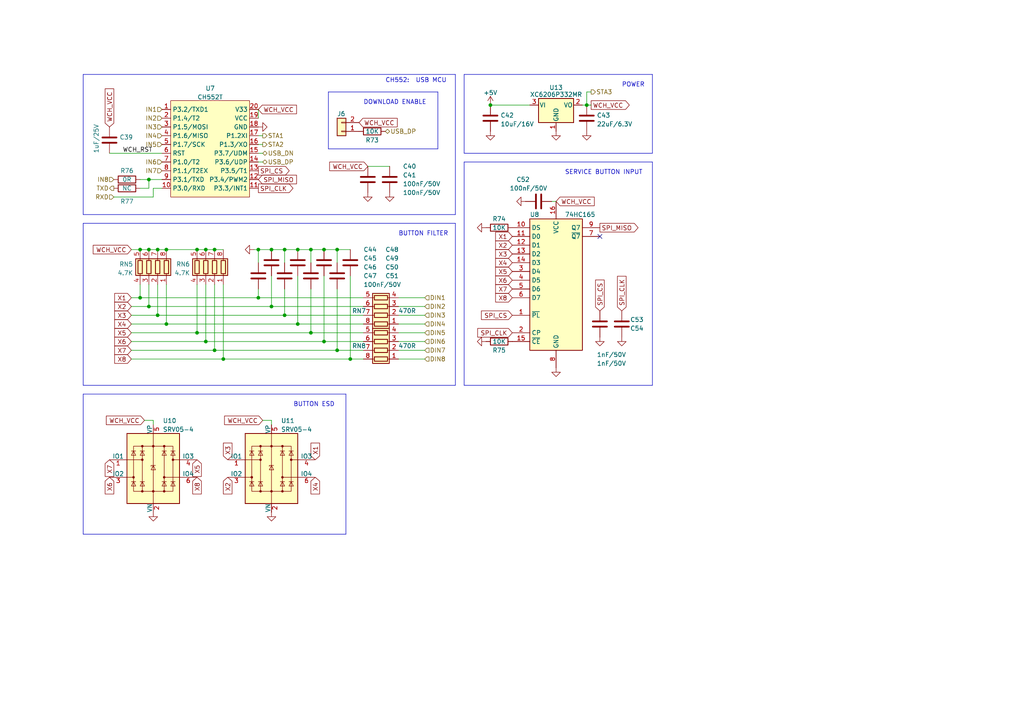
<source format=kicad_sch>
(kicad_sch (version 20230121) (generator eeschema)
  (paper "A4")
  (lib_symbols
    (symbol "74xx:74HC165"
      (property "Reference" "U" (at -7.62 19.05 0))
      (property "Value" "74HC165" (at -7.62 -21.59 0))
      (symbol "74HC165_1_0"
        (pin input line (at -12.7 -10.16 0) (length 5.08) (name "~{PL}") (number "1"))
        (pin input line (at -12.7 15.24 0) (length 5.08) (name "DS") (number "10"))
        (pin input line (at -12.7 12.7 0) (length 5.08) (name "D0") (number "11"))
        (pin input line (at -12.7 10.16 0) (length 5.08) (name "D1") (number "12"))
        (pin input line (at -12.7 7.62 0) (length 5.08) (name "D2") (number "13"))
        (pin input line (at -12.7 5.08 0) (length 5.08) (name "D3") (number "14"))
        (pin input line (at -12.7 -17.78 0) (length 5.08) (name "~{CE}") (number "15"))
        (pin power_in line (at 0 22.86 270) (length 5.08) (name "VCC") (number "16"))
        (pin input line (at -12.7 -15.24 0) (length 5.08) (name "CP") (number "2"))
        (pin input line (at -12.7 2.54 0) (length 5.08) (name "D4") (number "3"))
        (pin input line (at -12.7 0 0) (length 5.08) (name "D5") (number "4"))
        (pin input line (at -12.7 -2.54 0) (length 5.08) (name "D6") (number "5"))
        (pin input line (at -12.7 -5.08 0) (length 5.08) (name "D7") (number "6"))
        (pin output line (at 12.7 12.7 180) (length 5.08) (name "~{Q7}") (number "7"))
        (pin power_in line (at 0 -25.4 90) (length 5.08) (name "GND") (number "8"))
        (pin output line (at 12.7 15.24 180) (length 5.08) (name "Q7") (number "9"))
      )
      (symbol "74HC165_1_1"
        (rectangle (start -7.62 17.78) (end 7.62 -20.32) (stroke (width 0.254)) (fill (type background)))
      )
    )
    (symbol "Connector_Generic:Conn_01x02" (pin_names (offset 1.016) hide)
      (property "Reference" "J" (at 0 2.54 0))
      (property "Value" "Conn_01x02" (at 0 -5.08 0))
      (symbol "Conn_01x02_1_1"
        (rectangle (start -1.27 -2.413) (end 0 -2.667) (stroke (width 0.1524)))
        (rectangle (start -1.27 0.127) (end 0 -0.127) (stroke (width 0.1524)))
        (rectangle (start -1.27 1.27) (end 1.27 -3.81) (stroke (width 0.254)) (fill (type background)))
        (pin passive line (at -5.08 0 0) (length 3.81) (name "Pin_1") (number "1"))
        (pin passive line (at -5.08 -2.54 0) (length 3.81) (name "Pin_2") (number "2"))
      )
    )
    (symbol "Device:C" (pin_numbers hide) (pin_names (offset 0.254))
      (property "Reference" "C" (at 0.635 2.54 0))
      (property "Value" "C" (at 0.635 -2.54 0))
      (symbol "C_0_1"
        (polyline (pts (xy -2.032 -0.762) (xy 2.032 -0.762)) (stroke (width 0.508)))
        (polyline (pts (xy -2.032 0.762) (xy 2.032 0.762)) (stroke (width 0.508)))
      )
      (symbol "C_1_1"
        (pin passive line (at 0 3.81 270) (length 2.794) (name "~") (number "1"))
        (pin passive line (at 0 -3.81 90) (length 2.794) (name "~") (number "2"))
      )
    )
    (symbol "Device:R" (pin_numbers hide) (pin_names (offset 0))
      (property "Reference" "R" (at 2.032 0 90))
      (property "Value" "R" (at 0 0 90))
      (symbol "R_0_1"
        (rectangle (start -1.016 -2.54) (end 1.016 2.54) (stroke (width 0.254)))
      )
      (symbol "R_1_1"
        (pin passive line (at 0 3.81 270) (length 1.27) (name "~") (number "1"))
        (pin passive line (at 0 -3.81 90) (length 1.27) (name "~") (number "2"))
      )
    )
    (symbol "Device:R_Pack04" (pin_names (offset 0) hide)
      (property "Reference" "RN" (at -7.62 0 90))
      (property "Value" "R_Pack04" (at 5.08 0 90))
      (symbol "R_Pack04_0_1"
        (rectangle (start -6.35 -2.413) (end 3.81 2.413) (stroke (width 0.254)) (fill (type background)))
        (rectangle (start -5.715 1.905) (end -4.445 -1.905) (stroke (width 0.254)))
        (rectangle (start -3.175 1.905) (end -1.905 -1.905) (stroke (width 0.254)))
        (rectangle (start -0.635 1.905) (end 0.635 -1.905) (stroke (width 0.254)))
        (polyline (pts (xy -5.08 -2.54) (xy -5.08 -1.905)))
        (polyline (pts (xy -5.08 1.905) (xy -5.08 2.54)))
        (polyline (pts (xy -2.54 -2.54) (xy -2.54 -1.905)))
        (polyline (pts (xy -2.54 1.905) (xy -2.54 2.54)))
        (polyline (pts (xy 0 -2.54) (xy 0 -1.905)))
        (polyline (pts (xy 0 1.905) (xy 0 2.54)))
        (polyline (pts (xy 2.54 -2.54) (xy 2.54 -1.905)))
        (polyline (pts (xy 2.54 1.905) (xy 2.54 2.54)))
        (rectangle (start 1.905 1.905) (end 3.175 -1.905) (stroke (width 0.254)))
      )
      (symbol "R_Pack04_1_1"
        (pin passive line (at -5.08 -5.08 90) (length 2.54) (name "R1.1") (number "1"))
        (pin passive line (at -2.54 -5.08 90) (length 2.54) (name "R2.1") (number "2"))
        (pin passive line (at 0 -5.08 90) (length 2.54) (name "R3.1") (number "3"))
        (pin passive line (at 2.54 -5.08 90) (length 2.54) (name "R4.1") (number "4"))
        (pin passive line (at 2.54 5.08 270) (length 2.54) (name "R4.2") (number "5"))
        (pin passive line (at 0 5.08 270) (length 2.54) (name "R3.2") (number "6"))
        (pin passive line (at -2.54 5.08 270) (length 2.54) (name "R2.2") (number "7"))
        (pin passive line (at -5.08 5.08 270) (length 2.54) (name "R1.2") (number "8"))
      )
    )
    (symbol "NewLib:CH552T"
      (property "Reference" "U" (at 12.7 3.81 0))
      (property "Value" "CH552T" (at 6.35 3.81 0))
      (symbol "CH552T_0_1"
        (rectangle (start 2.54 2.54) (end 25.4 -25.4) (fill (type background)))
      )
      (symbol "CH552T_1_1"
        (pin passive line (at 0 0 0) (length 2.54) (name "P3.2/TXD1") (number "1"))
        (pin passive line (at 0 -22.86 0) (length 2.54) (name "P3.0/RXD") (number "10"))
        (pin passive line (at 27.94 -22.86 180) (length 2.54) (name "P3.3/INT1") (number "11"))
        (pin passive line (at 27.94 -20.32 180) (length 2.54) (name "P3.4/PWM2") (number "12"))
        (pin passive line (at 27.94 -17.78 180) (length 2.54) (name "P3.5/T1") (number "13"))
        (pin passive line (at 27.94 -15.24 180) (length 2.54) (name "P3.6/UDP") (number "14"))
        (pin passive line (at 27.94 -12.7 180) (length 2.54) (name "P3.7/UDM") (number "15"))
        (pin passive line (at 27.94 -10.16 180) (length 2.54) (name "P1.3/XO") (number "16"))
        (pin passive line (at 27.94 -7.62 180) (length 2.54) (name "P1.2XI") (number "17"))
        (pin passive line (at 27.94 -5.08 180) (length 2.54) (name "GND") (number "18"))
        (pin passive line (at 27.94 -2.54 180) (length 2.54) (name "VCC") (number "19"))
        (pin passive line (at 0 -2.54 0) (length 2.54) (name "P1.4/T2") (number "2"))
        (pin passive line (at 27.94 0 180) (length 2.54) (name "V33") (number "20"))
        (pin passive line (at 0 -5.08 0) (length 2.54) (name "P1.5/MOSI") (number "3"))
        (pin passive line (at 0 -7.62 0) (length 2.54) (name "P1.6/MISO") (number "4"))
        (pin passive line (at 0 -10.16 0) (length 2.54) (name "P1.7/SCK") (number "5"))
        (pin passive line (at 0 -12.7 0) (length 2.54) (name "RST") (number "6"))
        (pin passive line (at 0 -15.24 0) (length 2.54) (name "P1.0/T2") (number "7"))
        (pin passive line (at 0 -17.78 0) (length 2.54) (name "P1.1/T2EX") (number "8"))
        (pin passive line (at 0 -20.32 0) (length 2.54) (name "P3.1/TXD") (number "9"))
      )
    )
    (symbol "Power_Protection:SRV05-4" (pin_names (offset 0))
      (property "Reference" "U" (at -5.08 11.43 0))
      (property "Value" "SRV05-4" (at 2.54 11.43 0))
      (symbol "SRV05-4_0_0"
        (rectangle (start -5.715 6.477) (end 5.715 -6.604))
        (polyline (pts (xy -3.175 -6.604) (xy -3.175 6.477)))
        (polyline (pts (xy 3.175 6.477) (xy 3.175 -6.604)))
      )
      (symbol "SRV05-4_0_1"
        (rectangle (start -7.62 10.16) (end 7.62 -10.16) (stroke (width 0.254)) (fill (type background)))
        (circle (center -5.715 -2.54) (radius 0.2794) (fill (type outline)))
        (circle (center -3.175 -6.604) (radius 0.2794) (fill (type outline)))
        (circle (center -3.175 2.54) (radius 0.2794) (fill (type outline)))
        (circle (center -3.175 6.477) (radius 0.2794) (fill (type outline)))
        (circle (center 0 -6.604) (radius 0.2794) (fill (type outline)))
        (polyline (pts (xy -7.747 2.54) (xy -3.175 2.54)))
        (polyline (pts (xy -7.62 -2.54) (xy -5.715 -2.54)))
        (polyline (pts (xy -5.08 -3.81) (xy -6.35 -3.81)))
        (polyline (pts (xy -5.08 5.08) (xy -6.35 5.08)))
        (polyline (pts (xy -2.54 -3.81) (xy -3.81 -3.81)))
        (polyline (pts (xy -2.54 5.08) (xy -3.81 5.08)))
        (polyline (pts (xy 0 10.16) (xy 0 -10.16)))
        (polyline (pts (xy 3.81 -3.81) (xy 2.54 -3.81)))
        (polyline (pts (xy 3.81 5.08) (xy 2.54 5.08)))
        (polyline (pts (xy 6.35 -3.81) (xy 5.08 -3.81)))
        (polyline (pts (xy 6.35 5.08) (xy 5.08 5.08)))
        (polyline (pts (xy 7.62 -2.54) (xy 3.175 -2.54)))
        (polyline (pts (xy 7.62 2.54) (xy 5.715 2.54)))
        (polyline (pts (xy 0.635 0.889) (xy -0.635 0.889) (xy -0.635 0.635)))
        (polyline (pts (xy -5.08 -5.08) (xy -6.35 -5.08) (xy -5.715 -3.81) (xy -5.08 -5.08)))
        (polyline (pts (xy -5.08 3.81) (xy -6.35 3.81) (xy -5.715 5.08) (xy -5.08 3.81)))
        (polyline (pts (xy -2.54 -5.08) (xy -3.81 -5.08) (xy -3.175 -3.81) (xy -2.54 -5.08)))
        (polyline (pts (xy -2.54 3.81) (xy -3.81 3.81) (xy -3.175 5.08) (xy -2.54 3.81)))
        (polyline (pts (xy 0.635 -0.381) (xy -0.635 -0.381) (xy 0 0.889) (xy 0.635 -0.381)))
        (polyline (pts (xy 3.81 -5.08) (xy 2.54 -5.08) (xy 3.175 -3.81) (xy 3.81 -5.08)))
        (polyline (pts (xy 3.81 3.81) (xy 2.54 3.81) (xy 3.175 5.08) (xy 3.81 3.81)))
        (polyline (pts (xy 6.35 -5.08) (xy 5.08 -5.08) (xy 5.715 -3.81) (xy 6.35 -5.08)))
        (polyline (pts (xy 6.35 3.81) (xy 5.08 3.81) (xy 5.715 5.08) (xy 6.35 3.81)))
        (circle (center 0 6.477) (radius 0.2794) (fill (type outline)))
        (circle (center 3.175 -6.604) (radius 0.2794) (fill (type outline)))
        (circle (center 3.175 -2.54) (radius 0.2794) (fill (type outline)))
        (circle (center 3.175 6.477) (radius 0.2794) (fill (type outline)))
        (circle (center 5.715 2.54) (radius 0.2794) (fill (type outline)))
      )
      (symbol "SRV05-4_1_1"
        (pin passive line (at -12.7 2.54 0) (length 5.08) (name "IO1") (number "1"))
        (pin passive line (at 0 -12.7 90) (length 2.54) (name "VN") (number "2"))
        (pin passive line (at -12.7 -2.54 0) (length 5.08) (name "IO2") (number "3"))
        (pin passive line (at 12.7 2.54 180) (length 5.08) (name "IO3") (number "4"))
        (pin passive line (at 0 12.7 270) (length 2.54) (name "VP") (number "5"))
        (pin passive line (at 12.7 -2.54 180) (length 5.08) (name "IO4") (number "6"))
      )
    )
    (symbol "Regulator_Linear:XC6206PxxxMR" (pin_names (offset 0.254))
      (property "Reference" "U" (at -3.81 3.175 0))
      (property "Value" "XC6206PxxxMR" (at 0 3.175 0))
      (symbol "XC6206PxxxMR_0_1"
        (rectangle (start -5.08 1.905) (end 5.08 -5.08) (stroke (width 0.254)) (fill (type background)))
      )
      (symbol "XC6206PxxxMR_1_1"
        (pin power_in line (at 0 -7.62 90) (length 2.54) (name "GND") (number "1"))
        (pin power_out line (at 7.62 0 180) (length 2.54) (name "VO") (number "2"))
        (pin power_in line (at -7.62 0 0) (length 2.54) (name "VI") (number "3"))
      )
    )
    (symbol "power:+5V" (power) (pin_names (offset 0))
      (property "Value" "+5V" (at 0 3.556 0))
      (symbol "+5V_0_1"
        (polyline (pts (xy -0.762 1.27) (xy 0 2.54)))
        (polyline (pts (xy 0 0) (xy 0 2.54)))
        (polyline (pts (xy 0 2.54) (xy 0.762 1.27)))
      )
      (symbol "+5V_1_1"
        (pin power_in line (at 0 0 90) (length 0) hide (name "+5V") (number "1"))
      )
    )
    (symbol "power:GND" (power) (pin_names (offset 0))
      (property "Value" "GND" (at 0 -3.81 0))
      (symbol "GND_0_1"
        (polyline (pts (xy 0 0) (xy 0 -1.27) (xy 1.27 -1.27) (xy 0 -2.54) (xy -1.27 -1.27) (xy 0 -1.27)))
      )
      (symbol "GND_1_1"
        (pin power_in line (at 0 0 270) (length 0) hide (name "GND") (number "1"))
      )
    )
  )
  (junction (at 142.24 30.48))
  (junction (at 40.64 72.39))
  (junction (at 170.18 30.48))
  (junction (at 59.69 99.06))
  (junction (at 40.64 86.36))
  (junction (at 48.26 72.39))
  (junction (at 74.93 86.36))
  (junction (at 78.74 88.9))
  (junction (at 43.18 52.07))
  (junction (at 57.15 96.52))
  (junction (at 64.77 104.14))
  (junction (at 43.18 88.9))
  (junction (at 82.55 72.39))
  (junction (at 62.23 101.6))
  (junction (at 101.6 104.14))
  (junction (at 74.93 72.39))
  (junction (at 78.74 72.39))
  (junction (at 45.72 72.39))
  (junction (at 93.98 99.06))
  (junction (at 90.17 72.39))
  (junction (at 59.69 72.39))
  (junction (at 43.18 72.39))
  (junction (at 86.36 93.98))
  (junction (at 90.17 96.52))
  (junction (at 48.26 93.98))
  (junction (at 86.36 72.39))
  (junction (at 82.55 91.44))
  (junction (at 97.79 101.6))
  (junction (at 62.23 72.39))
  (junction (at 57.15 72.39))
  (junction (at 45.72 91.44))
  (junction (at 93.98 72.39))
  (junction (at 97.79 72.39))
  (no_connect (at 173.99 68.58))
  (wire (pts (xy 57.15 72.39) (xy 59.69 72.39)))
  (wire (pts (xy 168.91 30.48) (xy 170.18 30.48)))
  (wire (pts (xy 78.74 121.92) (xy 78.74 123.19)))
  (wire (pts (xy 93.98 80.01) (xy 93.98 99.06)))
  (wire (pts (xy 74.93 76.2) (xy 74.93 72.39)))
  (wire (pts (xy 38.1 104.14) (xy 64.77 104.14)))
  (wire (pts (xy 44.45 57.15) (xy 44.45 54.61)))
  (polyline (pts (xy 134.62 111.76) (xy 189.23 111.76)))
  (wire (pts (xy 86.36 93.98) (xy 105.41 93.98)))
  (polyline (pts (xy 24.13 114.3) (xy 24.13 154.94)))
  (wire (pts (xy 44.45 121.92) (xy 44.45 123.19)))
  (polyline (pts (xy 24.13 114.3) (xy 100.33 114.3)))
  (wire (pts (xy 38.1 101.6) (xy 62.23 101.6)))
  (wire (pts (xy 74.93 86.36) (xy 40.64 86.36)))
  (wire (pts (xy 44.45 54.61) (xy 46.99 54.61)))
  (wire (pts (xy 38.1 99.06) (xy 59.69 99.06)))
  (wire (pts (xy 97.79 72.39) (xy 97.79 76.2)))
  (wire (pts (xy 74.93 72.39) (xy 78.74 72.39)))
  (wire (pts (xy 38.1 93.98) (xy 48.26 93.98)))
  (polyline (pts (xy 24.13 154.94) (xy 100.33 154.94)))
  (wire (pts (xy 93.98 99.06) (xy 105.41 99.06)))
  (wire (pts (xy 106.68 48.26) (xy 113.03 48.26)))
  (wire (pts (xy 123.19 104.14) (xy 115.57 104.14)))
  (wire (pts (xy 45.72 91.44) (xy 45.72 82.55)))
  (wire (pts (xy 40.64 86.36) (xy 40.64 82.55)))
  (wire (pts (xy 101.6 104.14) (xy 105.41 104.14)))
  (wire (pts (xy 62.23 72.39) (xy 64.77 72.39)))
  (wire (pts (xy 171.45 26.67) (xy 170.18 26.67)))
  (polyline (pts (xy 100.33 154.94) (xy 100.33 114.3)))
  (wire (pts (xy 74.93 83.82) (xy 74.93 86.36)))
  (wire (pts (xy 86.36 93.98) (xy 48.26 93.98)))
  (wire (pts (xy 78.74 88.9) (xy 43.18 88.9)))
  (wire (pts (xy 86.36 72.39) (xy 90.17 72.39)))
  (wire (pts (xy 97.79 101.6) (xy 105.41 101.6)))
  (wire (pts (xy 45.72 72.39) (xy 48.26 72.39)))
  (wire (pts (xy 142.24 30.48) (xy 153.67 30.48)))
  (wire (pts (xy 48.26 72.39) (xy 57.15 72.39)))
  (wire (pts (xy 101.6 80.01) (xy 101.6 104.14)))
  (polyline (pts (xy 24.13 21.59) (xy 24.13 62.23)))
  (wire (pts (xy 170.18 26.67) (xy 170.18 30.48)))
  (wire (pts (xy 123.19 101.6) (xy 115.57 101.6)))
  (wire (pts (xy 123.19 91.44) (xy 115.57 91.44)))
  (wire (pts (xy 78.74 80.01) (xy 78.74 88.9)))
  (wire (pts (xy 82.55 91.44) (xy 45.72 91.44)))
  (wire (pts (xy 78.74 88.9) (xy 105.41 88.9)))
  (wire (pts (xy 59.69 72.39) (xy 62.23 72.39)))
  (polyline (pts (xy 189.23 46.99) (xy 189.23 111.76)))
  (polyline (pts (xy 24.13 64.77) (xy 132.08 64.77)))
  (wire (pts (xy 38.1 91.44) (xy 45.72 91.44)))
  (wire (pts (xy 123.19 86.36) (xy 115.57 86.36)))
  (wire (pts (xy 31.75 44.45) (xy 46.99 44.45)))
  (wire (pts (xy 76.2 41.91) (xy 74.93 41.91)))
  (polyline (pts (xy 134.62 21.59) (xy 189.23 21.59)))
  (wire (pts (xy 93.98 72.39) (xy 97.79 72.39)))
  (wire (pts (xy 82.55 72.39) (xy 82.55 76.2)))
  (wire (pts (xy 123.19 88.9) (xy 115.57 88.9)))
  (wire (pts (xy 82.55 91.44) (xy 105.41 91.44)))
  (wire (pts (xy 57.15 96.52) (xy 57.15 82.55)))
  (wire (pts (xy 97.79 83.82) (xy 97.79 101.6)))
  (wire (pts (xy 41.91 121.92) (xy 44.45 121.92)))
  (wire (pts (xy 43.18 88.9) (xy 43.18 82.55)))
  (wire (pts (xy 33.02 57.15) (xy 44.45 57.15)))
  (wire (pts (xy 74.93 44.45) (xy 76.2 44.45)))
  (wire (pts (xy 40.64 54.61) (xy 43.18 54.61)))
  (wire (pts (xy 123.19 96.52) (xy 115.57 96.52)))
  (wire (pts (xy 62.23 101.6) (xy 62.23 82.55)))
  (wire (pts (xy 90.17 96.52) (xy 105.41 96.52)))
  (wire (pts (xy 43.18 72.39) (xy 45.72 72.39)))
  (polyline (pts (xy 95.25 43.18) (xy 127 43.18)))
  (wire (pts (xy 38.1 88.9) (xy 43.18 88.9)))
  (wire (pts (xy 160.02 58.42) (xy 161.29 58.42)))
  (wire (pts (xy 76.2 39.37) (xy 74.93 39.37)))
  (wire (pts (xy 76.2 46.99) (xy 74.93 46.99)))
  (polyline (pts (xy 189.23 44.45) (xy 189.23 21.59)))
  (wire (pts (xy 86.36 80.01) (xy 86.36 93.98)))
  (wire (pts (xy 38.1 96.52) (xy 57.15 96.52)))
  (wire (pts (xy 43.18 52.07) (xy 46.99 52.07)))
  (polyline (pts (xy 95.25 26.67) (xy 127 26.67)))
  (polyline (pts (xy 24.13 111.76) (xy 24.13 64.77)))
  (wire (pts (xy 93.98 99.06) (xy 59.69 99.06)))
  (polyline (pts (xy 132.08 64.77) (xy 132.08 111.76)))
  (wire (pts (xy 82.55 72.39) (xy 86.36 72.39)))
  (wire (pts (xy 40.64 72.39) (xy 43.18 72.39)))
  (wire (pts (xy 170.18 30.48) (xy 171.45 30.48)))
  (polyline (pts (xy 134.62 46.99) (xy 134.62 111.76)))
  (polyline (pts (xy 24.13 62.23) (xy 132.08 62.23)))
  (wire (pts (xy 90.17 72.39) (xy 90.17 76.2)))
  (polyline (pts (xy 132.08 111.76) (xy 24.13 111.76)))
  (wire (pts (xy 48.26 93.98) (xy 48.26 82.55)))
  (polyline (pts (xy 134.62 44.45) (xy 189.23 44.45)))
  (wire (pts (xy 38.1 72.39) (xy 40.64 72.39)))
  (polyline (pts (xy 132.08 21.59) (xy 24.13 21.59)))
  (wire (pts (xy 73.66 72.39) (xy 74.93 72.39)))
  (wire (pts (xy 90.17 96.52) (xy 57.15 96.52)))
  (wire (pts (xy 43.18 54.61) (xy 43.18 52.07)))
  (wire (pts (xy 97.79 101.6) (xy 62.23 101.6)))
  (wire (pts (xy 82.55 83.82) (xy 82.55 91.44)))
  (wire (pts (xy 76.2 121.92) (xy 78.74 121.92)))
  (wire (pts (xy 64.77 104.14) (xy 64.77 82.55)))
  (wire (pts (xy 123.19 93.98) (xy 115.57 93.98)))
  (polyline (pts (xy 127 43.18) (xy 127 26.67)))
  (wire (pts (xy 101.6 104.14) (xy 64.77 104.14)))
  (wire (pts (xy 74.93 86.36) (xy 105.41 86.36)))
  (wire (pts (xy 123.19 99.06) (xy 115.57 99.06)))
  (polyline (pts (xy 189.23 46.99) (xy 134.62 46.99)))
  (wire (pts (xy 90.17 72.39) (xy 93.98 72.39)))
  (wire (pts (xy 59.69 99.06) (xy 59.69 82.55)))
  (wire (pts (xy 97.79 72.39) (xy 101.6 72.39)))
  (wire (pts (xy 78.74 72.39) (xy 82.55 72.39)))
  (wire (pts (xy 90.17 83.82) (xy 90.17 96.52)))
  (polyline (pts (xy 132.08 62.23) (xy 132.08 21.59)))
  (wire (pts (xy 74.93 31.75) (xy 74.93 34.29)))
  (polyline (pts (xy 95.25 26.67) (xy 95.25 43.18)))
  (wire (pts (xy 40.64 52.07) (xy 43.18 52.07)))
  (polyline (pts (xy 134.62 21.59) (xy 134.62 44.45)))
  (wire (pts (xy 38.1 86.36) (xy 40.64 86.36)))
  (text "SERVICE BUTTON INPUT" (at 163.83 50.8 0) (effects (font (size 1.27 1.27)) (justify left bottom)))
  (text "DOWNLOAD ENABLE" (at 105.41 30.48 0) (effects (font (size 1.27 1.27)) (justify left bottom)))
  (text "BUTTON FILTER" (at 115.57 68.58 0) (effects (font (size 1.27 1.27)) (justify left bottom)))
  (text "POWER" (at 180.34 25.4 0) (effects (font (size 1.27 1.27)) (justify left bottom)))
  (text "BUTTON ESD" (at 85.09 118.11 0) (effects (font (size 1.27 1.27)) (justify left bottom)))
  (text "CH552:  USB MCU" (at 111.76 24.13 0) (effects (font (size 1.27 1.27)) (justify left bottom)))
  (label "WCH_RST" (at 35.56 44.45 0))
  (global_label "WCH_VCC" (shape output) (at 171.45 30.48 0) (property "Intersheetrefs" "${INTERSHEET_REFS}" (effects hide)))
  (global_label "X6" (shape input) (at 31.75 138.43 270) (property "Intersheetrefs" "${INTERSHEET_REFS}" (effects hide)))
  (global_label "SPI_MISO" (shape output) (at 173.99 66.04 0) (property "Intersheetrefs" "${INTERSHEET_REFS}" (effects hide)))
  (global_label "X5" (shape input) (at 148.59 78.74 180) (property "Intersheetrefs" "${INTERSHEET_REFS}" (effects hide)))
  (global_label "X1" (shape input) (at 38.1 86.36 180) (property "Intersheetrefs" "${INTERSHEET_REFS}" (effects hide)))
  (global_label "X7" (shape input) (at 148.59 83.82 180) (property "Intersheetrefs" "${INTERSHEET_REFS}" (effects hide)))
  (global_label "WCH_VCC" (shape input) (at 74.93 31.75 0) (property "Intersheetrefs" "${INTERSHEET_REFS}" (effects hide)))
  (global_label "X7" (shape input) (at 31.75 133.35 270) (property "Intersheetrefs" "${INTERSHEET_REFS}" (effects hide)))
  (global_label "X5" (shape input) (at 38.1 96.52 180) (property "Intersheetrefs" "${INTERSHEET_REFS}" (effects hide)))
  (global_label "X6" (shape input) (at 38.1 99.06 180) (property "Intersheetrefs" "${INTERSHEET_REFS}" (effects hide)))
  (global_label "WCH_VCC" (shape input) (at 31.75 36.83 90) (property "Intersheetrefs" "${INTERSHEET_REFS}" (effects hide)))
  (global_label "SPI_MISO" (shape input) (at 74.93 52.07 0) (property "Intersheetrefs" "${INTERSHEET_REFS}" (effects hide)))
  (global_label "X2" (shape input) (at 38.1 88.9 180) (property "Intersheetrefs" "${INTERSHEET_REFS}" (effects hide)))
  (global_label "WCH_VCC" (shape input) (at 38.1 72.39 180) (property "Intersheetrefs" "${INTERSHEET_REFS}" (effects hide)))
  (global_label "X5" (shape input) (at 57.15 133.35 270) (property "Intersheetrefs" "${INTERSHEET_REFS}" (effects hide)))
  (global_label "SPI_CS" (shape input) (at 173.99 90.17 90) (property "Intersheetrefs" "${INTERSHEET_REFS}" (effects hide)))
  (global_label "SPI_CS" (shape output) (at 74.93 49.53 0) (property "Intersheetrefs" "${INTERSHEET_REFS}" (effects hide)))
  (global_label "X7" (shape input) (at 38.1 101.6 180) (property "Intersheetrefs" "${INTERSHEET_REFS}" (effects hide)))
  (global_label "X4" (shape input) (at 91.44 138.43 270) (property "Intersheetrefs" "${INTERSHEET_REFS}" (effects hide)))
  (global_label "X4" (shape input) (at 38.1 93.98 180) (property "Intersheetrefs" "${INTERSHEET_REFS}" (effects hide)))
  (global_label "WCH_VCC" (shape input) (at 76.2 121.92 180) (property "Intersheetrefs" "${INTERSHEET_REFS}" (effects hide)))
  (global_label "X3" (shape input) (at 66.04 133.35 90) (property "Intersheetrefs" "${INTERSHEET_REFS}" (effects hide)))
  (global_label "SPI_CS" (shape input) (at 148.59 91.44 180) (property "Intersheetrefs" "${INTERSHEET_REFS}" (effects hide)))
  (global_label "WCH_VCC" (shape input) (at 104.14 35.56 0) (property "Intersheetrefs" "${INTERSHEET_REFS}" (effects hide)))
  (global_label "X6" (shape input) (at 148.59 81.28 180) (property "Intersheetrefs" "${INTERSHEET_REFS}" (effects hide)))
  (global_label "X2" (shape input) (at 66.04 138.43 270) (property "Intersheetrefs" "${INTERSHEET_REFS}" (effects hide)))
  (global_label "X8" (shape input) (at 38.1 104.14 180) (property "Intersheetrefs" "${INTERSHEET_REFS}" (effects hide)))
  (global_label "SPI_CLK" (shape output) (at 74.93 54.61 0) (property "Intersheetrefs" "${INTERSHEET_REFS}" (effects hide)))
  (global_label "SPI_CLK" (shape input) (at 180.34 90.17 90) (property "Intersheetrefs" "${INTERSHEET_REFS}" (effects hide)))
  (global_label "X4" (shape input) (at 148.59 76.2 180) (property "Intersheetrefs" "${INTERSHEET_REFS}" (effects hide)))
  (global_label "WCH_VCC" (shape input) (at 41.91 121.92 180) (property "Intersheetrefs" "${INTERSHEET_REFS}" (effects hide)))
  (global_label "X3" (shape input) (at 148.59 73.66 180) (property "Intersheetrefs" "${INTERSHEET_REFS}" (effects hide)))
  (global_label "X3" (shape input) (at 38.1 91.44 180) (property "Intersheetrefs" "${INTERSHEET_REFS}" (effects hide)))
  (global_label "SPI_CLK" (shape input) (at 148.59 96.52 180) (property "Intersheetrefs" "${INTERSHEET_REFS}" (effects hide)))
  (global_label "X8" (shape input) (at 57.15 138.43 270) (property "Intersheetrefs" "${INTERSHEET_REFS}" (effects hide)))
  (global_label "WCH_VCC" (shape input) (at 161.29 58.42 0) (property "Intersheetrefs" "${INTERSHEET_REFS}" (effects hide)))
  (global_label "WCH_VCC" (shape input) (at 106.68 48.26 180) (property "Intersheetrefs" "${INTERSHEET_REFS}" (effects hide)))
  (global_label "X1" (shape input) (at 148.59 68.58 180) (property "Intersheetrefs" "${INTERSHEET_REFS}" (effects hide)))
  (global_label "X2" (shape input) (at 148.59 71.12 180) (property "Intersheetrefs" "${INTERSHEET_REFS}" (effects hide)))
  (global_label "X8" (shape input) (at 148.59 86.36 180) (property "Intersheetrefs" "${INTERSHEET_REFS}" (effects hide)))
  (global_label "X1" (shape input) (at 91.44 133.35 90) (property "Intersheetrefs" "${INTERSHEET_REFS}" (effects hide)))
  (hierarchical_label "IN5" (shape input) (at 46.99 41.91 180))
  (hierarchical_label "USB_DP" (shape bidirectional) (at 76.2 46.99 0))
  (hierarchical_label "TXD" (shape output) (at 33.02 54.61 180))
  (hierarchical_label "STA2" (shape output) (at 76.2 41.91 0))
  (hierarchical_label "STA3" (shape output) (at 171.45 26.67 0))
  (hierarchical_label "DIN1" (shape input) (at 123.19 86.36 0))
  (hierarchical_label "IN2" (shape input) (at 46.99 34.29 180))
  (hierarchical_label "RXD" (shape input) (at 33.02 57.15 180))
  (hierarchical_label "DIN4" (shape input) (at 123.19 93.98 0))
  (hierarchical_label "IN4" (shape input) (at 46.99 39.37 180))
  (hierarchical_label "IN1" (shape input) (at 46.99 31.75 180))
  (hierarchical_label "DIN3" (shape input) (at 123.19 91.44 0))
  (hierarchical_label "DIN2" (shape input) (at 123.19 88.9 0))
  (hierarchical_label "DIN7" (shape input) (at 123.19 101.6 0))
  (hierarchical_label "DIN8" (shape input) (at 123.19 104.14 0))
  (hierarchical_label "USB_DP" (shape bidirectional) (at 111.76 38.1 0))
  (hierarchical_label "IN3" (shape input) (at 46.99 36.83 180))
  (hierarchical_label "IN8" (shape input) (at 33.02 52.07 180))
  (hierarchical_label "DIN6" (shape input) (at 123.19 99.06 0))
  (hierarchical_label "DIN5" (shape input) (at 123.19 96.52 0))
  (hierarchical_label "USB_DN" (shape bidirectional) (at 76.2 44.45 0))
  (hierarchical_label "IN6" (shape input) (at 46.99 46.99 180))
  (hierarchical_label "STA1" (shape output) (at 76.2 39.37 0))
  (hierarchical_label "IN7" (shape input) (at 46.99 49.53 180))
  (symbol (lib_id "NewLib:CH552T") (at 46.99 31.75 0) (unit 1)
    (property "Reference" "U7" (at 60.96 25.6372 0))
    (property "Value" "CH552T" (at 60.96 28.1741 0))
    (property "Footprint" "Package_SO:SSOP-20_4.4x6.5mm_P0.65mm" (effects hide))
  )
  (symbol (lib_id "Device:R") (at 107.95 38.1 270) (unit 1)
    (property "Reference" "R73" (at 107.95 40.64 90))
    (property "Value" "10K" (at 107.95 38.1 90))
    (property "Footprint" "Capacitor_SMD:C_0402_1005Metric" (effects hide))
  )
  (symbol (lib_id "power:GND") (at 140.97 66.04 270) (unit 1)
    (property "Reference" "#PWR093" (effects hide))
    (property "Value" "GND" (effects hide))
  )
  (symbol (lib_id "power:GND") (at 106.68 55.88 0) (unit 1)
    (property "Reference" "#PWR086" (effects hide))
    (property "Value" "GND" (effects hide))
  )
  (symbol (lib_id "Device:R_Pack04") (at 110.49 99.06 90) (unit 1)
    (property "Reference" "RN8" (at 104.14 100.33 90))
    (property "Value" "470R" (at 118.11 100.33 90))
    (property "Footprint" "Resistor_SMD:R_Array_Convex_4x0603" (effects hide))
  )
  (symbol (lib_id "Device:C") (at 170.18 34.29 0) (unit 1)
    (property "Reference" "C43" (at 173.101 33.4553 0) (effects (justify left)))
    (property "Value" "22uF/6.3V" (at 173.101 35.9922 0) (effects (justify left)))
    (property "Footprint" "Capacitor_SMD:C_0603_1608Metric" (effects hide))
  )
  (symbol (lib_id "power:GND") (at 113.03 55.88 0) (unit 1)
    (property "Reference" "#PWR087" (effects hide))
    (property "Value" "GND" (effects hide))
  )
  (symbol (lib_id "Power_Protection:SRV05-4") (at 44.45 135.89 0) (unit 1)
    (property "Reference" "U10" (at 47.2187 122.0302 0) (effects (justify left)))
    (property "Value" "SRV05-4" (at 47.2187 124.5671 0) (effects (justify left)))
    (property "Footprint" "Package_TO_SOT_SMD:SOT-23-6" (effects hide))
    (property "Datasheet" "http://www.onsemi.com/pub/Collateral/SRV05-4-D.PDF" (effects hide))
  )
  (symbol (lib_id "Device:C") (at 82.55 80.01 0) (unit 1)
    (property "Reference" "C46" (at 105.41 77.47 0) (effects (justify left)))
    (property "Value" "100nF/50V" (effects hide))
    (property "Footprint" "Capacitor_SMD:C_0603_1608Metric" (effects hide))
  )
  (symbol (lib_id "Power_Protection:SRV05-4") (at 78.74 135.89 0) (unit 1)
    (property "Reference" "U11" (at 81.5087 122.0302 0) (effects (justify left)))
    (property "Value" "SRV05-4" (at 81.5087 124.5671 0) (effects (justify left)))
    (property "Footprint" "Package_TO_SOT_SMD:SOT-23-6" (effects hide))
    (property "Datasheet" "http://www.onsemi.com/pub/Collateral/SRV05-4-D.PDF" (effects hide))
  )
  (symbol (lib_id "Device:C") (at 156.21 58.42 90) (unit 1)
    (property "Reference" "C52" (at 153.67 52.07 90) (effects (justify left)))
    (property "Value" "100nF/50V" (at 158.75 54.61 90) (effects (justify left)))
    (property "Footprint" "Capacitor_SMD:C_0402_1005Metric" (effects hide))
  )
  (symbol (lib_id "power:GND") (at 173.99 97.79 0) (unit 1)
    (property "Reference" "#PWR097" (effects hide))
    (property "Value" "GND" (effects hide))
  )
  (symbol (lib_id "power:GND") (at 170.18 38.1 0) (unit 1)
    (property "Reference" "#PWR091" (effects hide))
    (property "Value" "GND" (effects hide))
  )
  (symbol (lib_id "Device:C") (at 113.03 52.07 0) (unit 1)
    (property "Reference" "C41" (at 116.84 50.8 0) (effects (justify left)))
    (property "Value" "100nF/50V" (at 116.84 53.34 0) (effects (justify left)))
    (property "Footprint" "Capacitor_SMD:C_0402_1005Metric" (effects hide))
  )
  (symbol (lib_id "74xx:74HC165") (at 161.29 81.28 0) (unit 1)
    (property "Reference" "U8" (at 153.67 62.23 0) (effects (justify left)))
    (property "Value" "74HC165" (at 163.83 62.2269 0) (effects (justify left)))
    (property "Footprint" "Package_SO:SOIC-16_3.9x9.9mm_P1.27mm" (effects hide))
    (property "Datasheet" "https://assets.nexperia.com/documents/data-sheet/74HC_HCT165.pdf" (effects hide))
  )
  (symbol (lib_id "power:GND") (at 180.34 97.79 0) (unit 1)
    (property "Reference" "#PWR098" (effects hide))
    (property "Value" "GND" (effects hide))
  )
  (symbol (lib_id "power:GND") (at 44.45 148.59 0) (unit 1)
    (property "Reference" "#PWR099" (effects hide))
    (property "Value" "GND" (effects hide))
  )
  (symbol (lib_id "Device:C") (at 106.68 52.07 0) (unit 1)
    (property "Reference" "C40" (at 116.84 48.26 0) (effects (justify left)))
    (property "Value" "100nF/50V" (at 116.84 55.88 0) (effects (justify left)))
    (property "Footprint" "Capacitor_SMD:C_0402_1005Metric" (effects hide))
  )
  (symbol (lib_id "Device:R") (at 144.78 66.04 270) (unit 1)
    (property "Reference" "R74" (at 144.78 63.5 90))
    (property "Value" "10K" (at 144.78 66.04 90))
    (property "Footprint" "Capacitor_SMD:C_0402_1005Metric" (effects hide))
  )
  (symbol (lib_id "Device:C") (at 86.36 76.2 0) (unit 1)
    (property "Reference" "C47" (at 105.41 80.01 0) (effects (justify left)))
    (property "Value" "100nF/50V" (effects hide))
    (property "Footprint" "Capacitor_SMD:C_0603_1608Metric" (effects hide))
  )
  (symbol (lib_id "Device:C") (at 90.17 80.01 0) (unit 1)
    (property "Reference" "C48" (at 111.76 72.39 0) (effects (justify left)))
    (property "Value" "100nF/50V" (effects hide))
    (property "Footprint" "Capacitor_SMD:C_0603_1608Metric" (effects hide))
  )
  (symbol (lib_id "Device:C") (at 142.24 34.29 0) (unit 1)
    (property "Reference" "C42" (at 145.161 33.4553 0) (effects (justify left)))
    (property "Value" "10uF/16V" (at 145.161 35.9922 0) (effects (justify left)))
    (property "Footprint" "Capacitor_SMD:C_0603_1608Metric" (effects hide))
  )
  (symbol (lib_id "Device:C") (at 180.34 93.98 180) (unit 1)
    (property "Reference" "C54" (at 186.69 95.25 0) (effects (justify left)))
    (property "Value" "1nF/50V" (at 181.61 102.87 0) (effects (justify left)))
    (property "Footprint" "Capacitor_SMD:C_0402_1005Metric" (effects hide))
  )
  (symbol (lib_id "power:GND") (at 74.93 36.83 90) (unit 1)
    (property "Reference" "#PWR085" (effects hide))
    (property "Value" "GND" (effects hide))
  )
  (symbol (lib_id "Device:R") (at 36.83 54.61 270) (unit 1)
    (property "Reference" "R77" (at 36.83 58.42 90))
    (property "Value" "NC" (at 36.83 54.61 90))
    (property "Footprint" "Resistor_SMD:R_0603_1608Metric" (effects hide))
  )
  (symbol (lib_id "Device:R_Pack04") (at 110.49 88.9 90) (unit 1)
    (property "Reference" "RN7" (at 104.14 90.17 90))
    (property "Value" "470R" (at 118.11 90.17 90))
    (property "Footprint" "Resistor_SMD:R_Array_Convex_4x0603" (effects hide))
  )
  (symbol (lib_id "Device:R") (at 36.83 52.07 270) (unit 1)
    (property "Reference" "R76" (at 36.83 49.53 90))
    (property "Value" "0R" (at 36.83 52.07 90))
    (property "Footprint" "Resistor_SMD:R_0603_1608Metric" (effects hide))
  )
  (symbol (lib_id "Device:C") (at 93.98 76.2 0) (unit 1)
    (property "Reference" "C49" (at 111.76 74.93 0) (effects (justify left)))
    (property "Value" "100nF/50V" (effects hide))
    (property "Footprint" "Capacitor_SMD:C_0603_1608Metric" (effects hide))
  )
  (symbol (lib_id "power:GND") (at 73.66 72.39 270) (unit 1)
    (property "Reference" "#PWR092" (effects hide))
    (property "Value" "GND" (effects hide))
  )
  (symbol (lib_id "power:GND") (at 161.29 106.68 0) (unit 1)
    (property "Reference" "#PWR096" (effects hide))
    (property "Value" "GND" (effects hide))
  )
  (symbol (lib_id "power:GND") (at 152.4 58.42 270) (unit 1)
    (property "Reference" "#PWR095" (effects hide))
    (property "Value" "GND" (effects hide))
  )
  (symbol (lib_id "Device:C") (at 78.74 76.2 0) (unit 1)
    (property "Reference" "C45" (at 105.41 74.93 0) (effects (justify left)))
    (property "Value" "100nF/50V" (effects hide))
    (property "Footprint" "Capacitor_SMD:C_0603_1608Metric" (effects hide))
  )
  (symbol (lib_id "Device:C") (at 74.93 80.01 0) (unit 1)
    (property "Reference" "C44" (at 105.41 72.39 0) (effects (justify left)))
    (property "Value" "100nF/50V" (effects hide))
    (property "Footprint" "Capacitor_SMD:C_0603_1608Metric" (effects hide))
  )
  (symbol (lib_id "Device:R") (at 144.78 99.06 270) (unit 1)
    (property "Reference" "R75" (at 144.78 101.6 90))
    (property "Value" "10K" (at 144.78 99.06 90))
    (property "Footprint" "Capacitor_SMD:C_0402_1005Metric" (effects hide))
  )
  (symbol (lib_id "Device:R_Pack04") (at 43.18 77.47 0) (mirror y) (unit 1)
    (property "Reference" "RN5" (at 38.608 76.6353 0) (effects (justify left)))
    (property "Value" "4.7K" (at 38.608 79.1722 0) (effects (justify left)))
    (property "Footprint" "Resistor_SMD:R_Array_Convex_4x0603" (effects hide))
  )
  (symbol (lib_id "power:+5V") (at 142.24 30.48 0) (unit 1)
    (property "Reference" "#PWR088" (effects hide))
    (property "Value" "+5V" (at 142.24 26.9042 0))
  )
  (symbol (lib_id "Regulator_Linear:XC6206PxxxMR") (at 161.29 30.48 0) (unit 1)
    (property "Reference" "U13" (at 161.29 25.4 0))
    (property "Value" "XC6206P332MR" (at 161.29 27.4121 0))
    (property "Footprint" "Package_TO_SOT_SMD:SOT-23" (effects hide))
    (property "Datasheet" "https://www.torexsemi.com/file/xc6206/XC6206.pdf" (effects hide))
  )
  (symbol (lib_id "power:GND") (at 78.74 148.59 0) (unit 1)
    (property "Reference" "#PWR0100" (effects hide))
    (property "Value" "GND" (effects hide))
  )
  (symbol (lib_id "Device:C") (at 97.79 80.01 0) (unit 1)
    (property "Reference" "C50" (at 111.76 77.47 0) (effects (justify left)))
    (property "Value" "100nF/50V" (effects hide))
    (property "Footprint" "Capacitor_SMD:C_0603_1608Metric" (effects hide))
  )
  (symbol (lib_id "Device:R_Pack04") (at 59.69 77.47 0) (mirror y) (unit 1)
    (property "Reference" "RN6" (at 55.118 76.6353 0) (effects (justify left)))
    (property "Value" "4.7K" (at 55.118 79.1722 0) (effects (justify left)))
    (property "Footprint" "Resistor_SMD:R_Array_Convex_4x0603" (effects hide))
  )
  (symbol (lib_id "power:GND") (at 161.29 38.1 0) (unit 1)
    (property "Reference" "#PWR0135" (effects hide))
    (property "Value" "GND" (effects hide))
  )
  (symbol (lib_id "power:GND") (at 140.97 99.06 270) (unit 1)
    (property "Reference" "#PWR094" (effects hide))
    (property "Value" "GND" (effects hide))
  )
  (symbol (lib_id "Device:C") (at 101.6 76.2 0) (unit 1)
    (property "Reference" "C51" (at 111.76 80.01 0) (effects (justify left)))
    (property "Value" "100nF/50V" (at 105.41 82.55 0) (effects (justify left)))
    (property "Footprint" "Capacitor_SMD:C_0603_1608Metric" (effects hide))
  )
  (symbol (lib_id "Device:C") (at 31.75 40.64 0) (unit 1)
    (property "Reference" "C39" (at 34.671 39.8053 0) (effects (justify left)))
    (property "Value" "1uF/25V" (at 27.94 44.45 90) (effects (justify left)))
    (property "Footprint" "Capacitor_SMD:C_0402_1005Metric" (effects hide))
  )
  (symbol (lib_id "Device:C") (at 173.99 93.98 180) (unit 1)
    (property "Reference" "C53" (at 186.69 92.71 0) (effects (justify left)))
    (property "Value" "1nF/50V" (at 181.61 105.41 0) (effects (justify left)))
    (property "Footprint" "Capacitor_SMD:C_0402_1005Metric" (effects hide))
  )
  (symbol (lib_id "Connector_Generic:Conn_01x02") (at 99.06 38.1 180) (unit 1) (in_bom no)
    (property "Reference" "J6" (at 97.79 33.02 0) (effects (justify right)))
    (property "Value" "Conn_01x02" (effects hide))
    (property "Footprint" "Connector_PinHeader_2.54mm:PinHeader_1x02_P2.54mm_Vertical" (effects hide))
  )
  (symbol (lib_id "power:GND") (at 142.24 38.1 0) (unit 1)
    (property "Reference" "#PWR089" (effects hide))
    (property "Value" "GND" (effects hide))
  )
)
</source>
